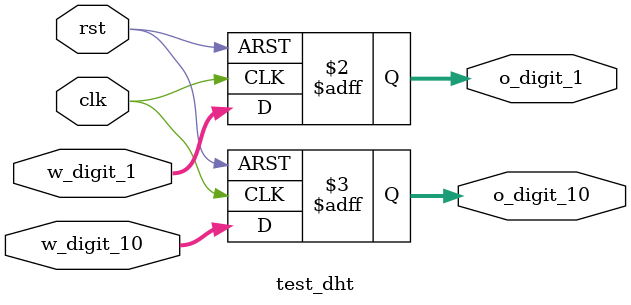
<source format=v>


`timescale 1ns/1ns

module top_dht11(
    input clk,          // 100mhz on fpga oscillator
    input reset,
    input btn_start,
    input tick,
    input tick_uart,
    inout [7:0] dht_io,
    output [7:0] humidity_int,
    output [7:0] humidity_dec,
    output [7:0] temperature_int,
    output [7:0] temperature_dec,
    output led,
    output [7:0] dht_data,
    output dht_we
);



wire [7:0] w_humidity_int,w_humidity_dec;
wire [7:0] w_temperature_int,w_temperature_dec;

wire [7:0] w_hum_int1, w_hum_int10, w_hum_dec1, w_hum_dec10;
wire [7:0] w_tem_int1, w_tem_int10, w_tem_dec1, w_tem_dec10;

wire [7:0] o_hum_int1, o_hum_int10, o_hum_dec1, o_hum_dec10;
wire [7:0] o_tem_int1, o_tem_int10, o_tem_dec1, o_tem_dec10;


assign humidity_int = w_humidity_int;
assign humidity_dec = w_humidity_dec;
assign temperature_int = w_temperature_int;
assign temperature_dec = w_temperature_dec;

dht11_controller U_dht_ctrl(
    .clk(clk),          // 100mhz on fpga oscillator
    .reset(reset),        // reset btn
    .btn_start(btn_start),    // start trigger
    .tick(tick),         // 1us tick
    .dht_io(dht_io),       // 1-wire data path

    .humidity_int(w_humidity_int),
    .humidity_dec(w_humidity_dec),
    .temperature_int(w_temperature_int),
    .temperature_dec(w_temperature_dec),
    .led(), 
    .led_checksum(w_error),
    .pulse_done(w_pulse_done)
);

digit_splitter_dht U_hum_int(
    .clk(clk),
    .rst(rst),
    .bcd(w_humidity_int),
    .digit_1(w_hum_int1),
    .digit_10(w_hum_int10)
);

digit_splitter_dht U_hum_dec(
    .clk(clk),
    .rst(rst),
    .bcd(w_humidity_dec),
    .digit_1(w_hum_dec1),
    .digit_10(w_hum_dec10)
);

digit_splitter_dht U_tem_int(
    .clk(clk),
    .rst(rst),
    .bcd(w_temperature_int),
    .digit_1(w_tem_int1),
    .digit_10(w_tem_int10)
);

digit_splitter_dht U_tem_dec(
    .clk(clk),
    .rst(rst),
    .bcd(w_temperature_dec),
    .digit_1(w_tem_dec1),
    .digit_10(w_tem_dec10)
);



    send_num_data_dht U_Send_Num(
        .clk(clk),
        .reset(reset),
        .tick(tick_uart),
        .pulse_done(w_pulse_done),
        .error(w_error),
        .hum_int1(o_hum_int1), 
        .hum_int10(o_hum_int10), 
        .hum_dec1(o_hum_dec1), 
        .hum_dec10(o_hum_dec10),
        .tem_int1(o_tem_int1), 
        .tem_int10(o_tem_int10), 
        .tem_dec1(o_tem_dec1), 
        .tem_dec10(o_tem_dec10),
        .rx_data(dht_data),
        .we(dht_we) // tx fifo 쓰기기
    );

test_dht U_hum_int_t(
    .clk(clk),
    .rst(rst),
    .w_digit_1(w_hum_int1),
    .w_digit_10(w_hum_int10),
    .o_digit_1(o_hum_int1),
    .o_digit_10(o_hum_int10)
);

test_dht U_hum_dec_t(
    .clk(clk),
    .rst(rst),
    .w_digit_1(w_hum_dec1),
    .w_digit_10(w_hum_dec10),
    .o_digit_1(o_hum_dec1),
    .o_digit_10(o_hum_dec10)
);

test_dht U_tem_int_t(
    .clk(clk),
    .rst(rst),
    .w_digit_1(w_tem_int1),
    .w_digit_10(w_tem_int10),
    .o_digit_1(o_tem_int1),
    .o_digit_10(o_tem_int10)
);

test_dht U_tem_dec_t(
    .clk(clk),
    .rst(rst),
    .w_digit_1(w_tem_dec1),
    .w_digit_10(w_tem_dec10),
    .o_digit_1(o_tem_dec1),
    .o_digit_10(o_tem_dec10)
);


endmodule







module dht11_controller(
    input clk,          // 100mhz on fpga oscillator
    input reset,        // reset btn
    input btn_start,    // start trigger
    input tick,         // 1us tick
    inout dht_io,       // 1-wire data path

    output [7:0] humidity_int,
    output [7:0] humidity_dec,
    output [7:0] temperature_int,
    output [7:0] temperature_dec,
    output [3:0] led, // state 변화 확인을 위한 led
    output led_checksum,
    output pulse_done
);
    parameter   SEND            = 1800, // FPGA to DHT11 trigger send
                WAIT_RESPONSE   = 3 ,   // wait for responce from dht11
                SYNC            = 8,    // wait for transieve
                DATA_COMMON     = 5,  // common low with s  
                DATA_STANDARD   = 4,  // 40us 기준  -> 짧으면 0, 길면 1
                STOP            = 5,  // 데이터 다 받고 다시 high 상태 가기전 대기시간
                BIT_DHT11       = 40, // 40비트 데이터비트
                TIME_OUT        = 2000;

    // 1. state definition
    localparam  IDLE            = 0, // 초기상태
                START           = 1, // 입력 trigger
                WAIT            = 2, // 응답 대기
            //  READ    = 3;
                SYNC_LOW        = 3, // dht11로 부터 응답 받음
                SYNC_HIGH       = 4, // 데이터 송수신전 대기
                DATA_SYNC       = 5, // 온습도 데이터(40bit) 송수신
                DATA_DECISION   = 6, // 통신 종료후 다시 high로로
                DONE            = 7; // 데이터 송수신 종료 후 다시 PULL UP HIGH 상태로로

    // register for CU
    reg [2:0] state, next;
    reg [$clog2(TIME_OUT)-1:0] count_reg, count_next;
    
    reg io_out_reg, io_out_next;    // 
    reg io_oe_reg, io_oe_next;      // for 3-state buffer enable 
    reg led_ind_reg, led_ind_next;  // led indicator for check appropriate

    reg [5:0] bit_count_reg, bit_count_next;  // for count 40 bit 
    reg [39:0] data_reg, data_next; // store data register

    reg led_check_reg, led_check_next;
    assign led_checksum = led_check_reg;

    reg pulse_done_reg, pulse_done_next;
    assign pulse_done = pulse_done_reg;

    // out 3 state on/off
    assign dht_io = (io_oe_reg) ? io_out_reg :1'bz;

    // led for configure state
    assign led  = {led_ind_reg,state};

    // assign humidity , temperature
    assign humidity_int = data_reg [39:32]; // data 중 습도 정수부분
    assign humidity_dec = data_reg [31:24];
    assign temperature_int = data_reg [23:16]; // data 중 온도 정수 부분
    assign temperature_dec = data_reg [15:8];


    // 2. for continue next state
    always @(posedge clk, posedge reset) begin
        if(reset) begin
            state               <= IDLE;
            count_reg           <= 0;
            bit_count_reg       <= 0;  
            data_reg            <= 0;  
            io_out_reg          <= 1'b1;
            io_oe_reg           <= 0;
            led_ind_reg         <= 0;
            led_check_reg       <= 1'b0;
            pulse_done_reg      <= 1'b0;
        end
        else begin
            state               <= next;
            count_reg           <= count_next;
            bit_count_reg       <= bit_count_next;  
            data_reg            <= data_next; 
            io_out_reg          <= io_out_next;
            io_oe_reg           <= io_oe_next;
            led_ind_reg         <= led_ind_next;
            led_check_reg       <= led_check_next;
            pulse_done_reg      <= pulse_done_next;
        end
    end
    
    // 3. output combinational logic
    always @(*) begin
        next                 = state;
        count_next           = count_reg;
        io_out_next          = io_out_reg;
        io_oe_next           = io_oe_reg;
        bit_count_next       = bit_count_reg;
        data_next            = data_reg;
        led_ind_next         = 0;
        led_check_next       = 1'b0;
        pulse_done_next     = 1'b0;

        case (state)
            IDLE : begin // 0
                led_check_next = 1'b0;
                io_out_next = 1'b1;
                io_oe_next  = 1'b1;
                pulse_done_next = 1'b0;

                if (btn_start == 1'b1) begin
                    next       = START;
                    count_next = 0;
                end
            end

            START : begin // 1
                io_out_next = 1'b0;

                if(tick == 1'b1)begin
                    if(count_reg == SEND -1) begin                        
                        next       = WAIT;
                        count_next = 0;
                    end
                    else begin                     
                        count_next = count_reg + 1;
                    end
                end
            end

            WAIT : begin // 2
                io_out_next = 1'b1;

                if(tick == 1'b1) begin
                    if(count_reg == WAIT_RESPONSE - 1) begin
                        next       = SYNC_LOW;
                        io_oe_next = 1'b0;
                        count_next = 0;
                    end
                    else begin
                        count_next = count_reg + 1;
                    end
                end
            end
/* for middle testbench
            READ : begin
                // io oe change
                // output open - high z
                io_oe_next = 1'b0;

                if(tick == 1'b1) begin
                    if(count_reg == TIME_OUT) begin
                        next       = IDLE;
                        count_next = 0;
                    end
                    else begin
                        count_next = count_reg +1;
                    end
                end

                if (dht_io == 1'b0) begin
                    led_ind_next = 1'b1;
                end
                else begin
                    led_ind_next = 1'b0;
                end
                
            end
*/
            SYNC_LOW : begin // 3
                if(tick == 1'b1) begin
                    if(count_reg == 1) begin
                        if(dht_io == 1'b1) begin
                            next = SYNC_HIGH;
                        end
                    count_next = 0;
                    end
                    else begin
                        count_next = count_reg + 1;
                    end
                end
            end

            SYNC_HIGH : begin // 4
                if(tick == 1'b1) begin
                    if(count_reg == 1) begin
                        if(dht_io == 1'b0) begin
                            next = DATA_SYNC;
                        end
                    count_next = 0;
                    end
                    else begin
                        count_next = count_reg + 1;
                    end
                end
            end
            
            DATA_SYNC : begin // 5
                if(tick == 1'b1) begin
                    if(count_reg == 1) begin
                        if(dht_io == 1'b1) begin
                            next = DATA_DECISION;
                        end
                    count_next = 0;
                    end
                    else begin
                        count_next = count_reg + 1;
                    end
                end
            end

           DATA_DECISION: begin // 6
                if (tick == 1'b1) begin 
                    if (dht_io == 1'b1) begin
                        count_next = count_reg + 1;  // HIGH 지속 시간 측정\
                        led_ind_next = 1'b1;
                    end
                    else begin
                        led_ind_next = 1'b0;
                        if (count_reg <= DATA_STANDARD - 1) begin
                            data_next = {data_reg[38:0], 1'b0};  // 40µs보다 짧으면 0
                        end
                        else begin
                            data_next = {data_reg[38:0], 1'b1};  // 40µs보다 길면 1
                        end

                        bit_count_next = bit_count_reg + 1;
                        count_next = 0;  // 다음 비트를 위해 카운터 초기화

                        if (bit_count_reg == BIT_DHT11 - 1) begin
                            next = DONE;  // 40비트 수집 완료 후 DONE 상태로 이동
                            bit_count_next = 0;
                        end
                        else begin
                            next = DATA_SYNC;  // 다음 비트 수집을 위해 DATA_SYNC로 다시 이동
                        end
                    end
                end
            end

            DONE : begin // 7
                if (tick == 1'b1) begin
                    if(count_reg == STOP - 1) begin
                        if ((data_reg[39:32] + data_reg[31:24] + data_reg[23:16] + data_reg[15:8]) == data_reg[7:0]) begin
                            next = IDLE;
                            io_out_next = 1'b1;
                            io_oe_next = 1'b1;  // pull-up 유지
                            count_next = 0;
                            led_check_next = 1'b0;
                            pulse_done_next = 1'b1;
                        end 
                        else begin
                            next = IDLE;
                            io_out_next = 1'b1;
                            io_oe_next = 1'b1;  // pull-up 유지
                            count_next = 0;
                            led_check_next = 1'b1;
                            pulse_done_next = 1'b1;
                        end
                    end
                    else begin
                        count_next = count_reg + 1;
                    end
                end
            end
        endcase        
    end
endmodule




module send_num_data_dht (
    input clk,
    input reset,
    input tick,
    input pulse_done,
    input error,
    input [7:0] hum_int1, hum_int10, hum_dec1, hum_dec10,
    input [7:0] tem_int1, tem_int10, tem_dec1, tem_dec10,
    output [7:0] rx_data,
    output we
);
    parameter IDLE=0, p_hum_int1=1, p_hum_int10=2, p_hum_dec1=3, p_hum_dec10=5 , p_tem_int1=6 , p_tem_int10=7 , p_tem_dec1=8 , p_tem_dec10=9 , C=10, h=11, E=12, R1=13, R2=14, O=15, R3=16, CR=17, LF=18, dot = 19, dotw = 20;
    reg [4:0] state, next;
    reg [7:0] rx_data_reg, rx_data_next;
    reg we_next, we_reg;

    assign rx_data = rx_data_reg;
    assign we = we_reg;

    always @(posedge clk or posedge reset) begin
        if (reset) begin
            state <= 0;
            rx_data_reg <= 0;
            we_reg <= 0;
        end else begin
            state <= next;
            rx_data_reg <= rx_data_next;
            we_reg <= we_next;
        end
    end

    always @(*) begin
        next = state;
        rx_data_next = rx_data_reg;
        we_next = we_reg;
        case (state)
            IDLE: begin
                we_next = 0;

             //   if (error) begin
             //       next = E;
            //    end
            //    else begin
                    if (pulse_done) begin
                        next = p_hum_int10;
                    end
           //     end
            end
            p_hum_int10: begin
                we_next = 0;
                if (tick) begin
                    //if(hum_int10 != 0) begin 
                        rx_data_next = hum_int10;
                    //end
                    next = p_hum_int1;
                    we_next = 1;
                end
            end
            p_hum_int1: begin
                we_next = 0;
                if (tick) begin
                    //if(hum_int1 != 0) begin 
                        rx_data_next = hum_int1;
                    //end
                    next = dot;
                    we_next = 1;
                end
            end
            dot : begin
                we_next = 0;
                if (tick) begin
                    rx_data_next = 8'h2E;
                    next = p_hum_dec10;
                    we_next = 1;
                end
            end
            p_hum_dec10: begin
                we_next = 0;
                if (tick) begin
                    //if(hum_dec10 != 0) begin 
                        rx_data_next = hum_dec10;
                    //end
                    next = p_hum_dec1;
                    we_next = 1;
                end
            end
            p_hum_dec1: begin
                we_next = 0;
                if (tick) begin
                    //if(hum_dec1 != 0) begin 
                        rx_data_next = hum_dec1;
                    //end
                    next = h;
                    we_next = 1;
                end
            end
            p_tem_int10: begin
                we_next = 0;
                if (tick) begin
                    //if(tem_int10 != 0) begin 
                        rx_data_next = tem_int10;
                    //end
                    next = p_tem_int1;
                    we_next = 1;
                end
            end
            p_tem_int1: begin
                we_next = 0;
                if (tick) begin
                    //if(tem_int1 != 0) begin 
                        rx_data_next = tem_int1;
                    //end
                    next = dotw;
                    we_next = 1;
                end
            end
            dotw : begin
                we_next = 0;
                if (tick) begin
                    rx_data_next = 8'h2E;
                    next = p_tem_dec10;
                    we_next = 1;
                end
            end
            p_tem_dec10: begin
                we_next = 0;
                if (tick) begin
                    //if(tem_dec10 != 0) begin 
                        rx_data_next = tem_dec10;
                    //end
                    next = p_tem_dec1;
                    we_next = 1;
                end
            end
            p_tem_dec1: begin
                we_next = 0;
                if (tick) begin
                    //if(tem_dec1 != 0) begin 
                        rx_data_next = tem_dec1;
                    //end
                    next = C;
                    we_next = 1;
                end
            end
            C: begin
                we_next = 0;
                if (tick) begin
                    rx_data_next = 8'h63;
                    next = CR;
                    we_next = 1;
                end
            end
            h: begin
                we_next = 0;
                if (tick) begin
                    rx_data_next = 8'h25;
                    next = p_tem_int10;
                    we_next = 1;
                end
            end
 /*           
            E: begin
                we_next = 0;
                if (tick) begin
                    rx_data_next = 8'h45;
                    next = R1;
                    we_next = 1;
                end
            end
            R1: begin
                we_next = 0;
                if (tick) begin
                    rx_data_next = 8'h52;
                    next = R2;
                    we_next = 1;
                end
            end
            R2: begin
                we_next = 0;
                if (tick) begin
                    rx_data_next = 8'h52;
                    next = O;
                    we_next = 1;
                end
            end
            O: begin
                we_next = 0;
                if (tick) begin
                    rx_data_next = 8'h4F;
                    next = R3;
                    we_next = 1;
                end
            end
            R3: begin
                we_next = 0;
                if (tick) begin
                    rx_data_next = 8'h52;
                    next = CR;
                    we_next = 1;
                end
            end
     */       
            CR: begin
                we_next = 0;
                if (tick) begin
                    //if(error==0) begin
                        rx_data_next = 8'h0D;
                        next = LF;
                        we_next = 1;
                    //end
                end
            end
            LF: begin
                we_next = 0;
                if (tick) begin
                    //if(error==0) begin
                        rx_data_next = 8'h0A;
                        next = IDLE;
                        we_next = 1;
                    //end
                end
            end
        endcase
    end
endmodule



module digit_splitter_dht (
    input clk,rst,
    input [8:0] bcd,
    output reg [7:0] digit_1,
    output reg [7:0] digit_10
);
    reg [8:0] bcd_reg;

    always @(posedge clk or posedge rst) begin
        if (rst) 
        begin
            bcd_reg <= 0;
            digit_1 <= 0;
            digit_10 <= 0;
        end 
        else 
        begin
            bcd_reg <= bcd;
            digit_1 <= (bcd_reg % 10) + 48;
            digit_10 <= ((bcd_reg / 10) % 10) + 48;
        end
    end
endmodule

module test_dht(
    input clk,rst,
    input [7:0] w_digit_1,w_digit_10,
    output reg [7:0] o_digit_1,o_digit_10
);

    always @(posedge clk, posedge rst) begin
        if(rst) begin
            o_digit_1 <= 0;
            o_digit_10 <= 0;
        end
        else begin
            o_digit_1 <= w_digit_1;
            o_digit_10 <= w_digit_10;
        end
        
    end
    
endmodule
</source>
